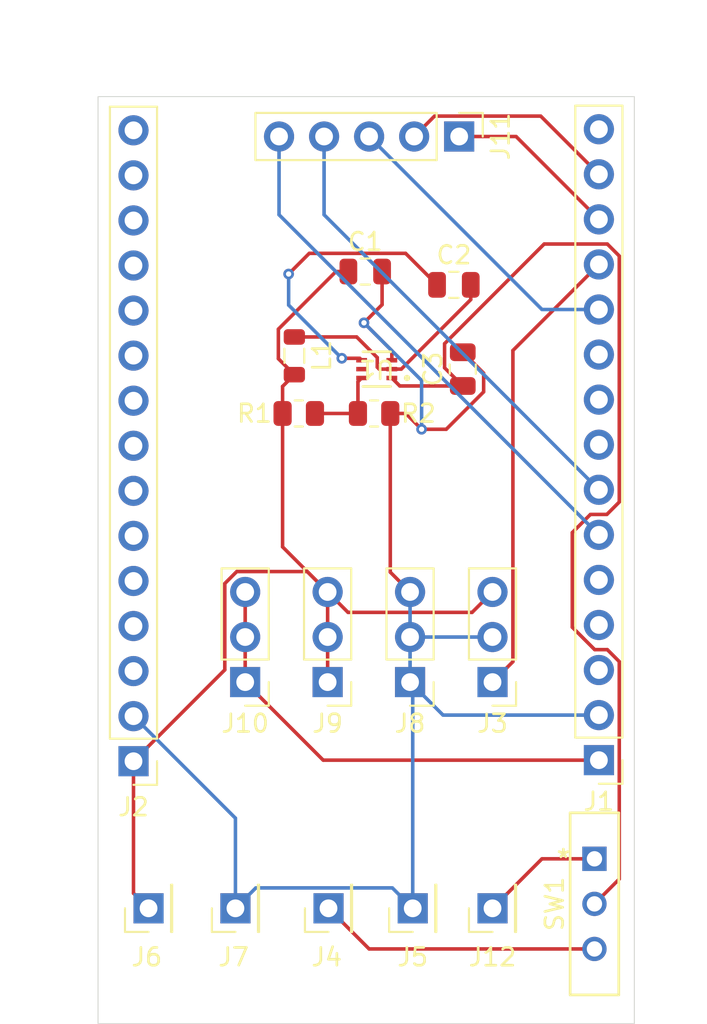
<source format=kicad_pcb>
(kicad_pcb (version 20240108) (generator "pcbnew") (generator_version "8.0")
  (layers (0 "F.Cu" signal) (31 "B.Cu" signal) (34 "B.Paste" user) (35 "F.Paste" user) (36 "B.SilkS" user "B.Silkscreen") (37 "F.SilkS" user "F.Silkscreen") (38 "B.Mask" user) (39 "F.Mask" user) (44 "Edge.Cuts" user))
  (net 0 "")
  (net 1 "+5V")
  (net 2 "GND")
  (net 3 "Net-(U1-SW)")
  (net 4 "Net-(U1-BST)")
  (net 5 "+9V")
  (net 8 "I2C{slash}SDA")
  (net 10 "+3v3")
  (net 12 "TX2")
  (net 16 "RX2")
  (net 17 "I2C{slash}SCL")
  (net 18 "TX0")
  (net 19 "RX0")
  (net 33 "Vov")
  (net 34 "Net-(U1-FB)")
  (net 35 "VIN")
  (footprint "bitch:09.03201_EAO" (layer "F.Cu") (at 128 117.96)
    (property "Reference" "SW1" (at -2.25 2.54 90) (layer "F.SilkS"))
    (property "Value" "09.03201.02")
    (fp_line (start -1.3716 -2.5908) (end -1.3716 7.6708) (stroke (width 0.1524)) (layer "F.SilkS"))
    (fp_line (start -1.3716 7.6708) (end 1.3716 7.6708) (stroke (width 0.1524)) (layer "F.SilkS"))
    (fp_line (start 1.3716 -2.5908) (end -1.3716 -2.5908) (stroke (width 0.1524)) (layer "F.SilkS"))
    (fp_line (start 1.3716 7.6708) (end 1.3716 -2.5908) (stroke (width 0.1524)) (layer "F.SilkS"))
    (fp_text user "*" (at -1.7526 0 0) (layer "F.SilkS"))
    (fp_text user "*" (at -1.7526 0 360) (layer "F.SilkS"))
    (pad "1" thru_hole rect (at 0 0) (size 1.3716 1.3716) (drill 0.8636) (layers "*.Cu" "*.Mask") (net 35 "VIN"))
    (pad "2" thru_hole circle (at 0 2.54) (size 1.3716 1.3716) (drill 0.8636) (layers "*.Cu" "*.Mask") (net 5 "+9V"))
    (pad "3" thru_hole circle (at 0 5.08) (size 1.3716 1.3716) (drill 0.8636) (layers "*.Cu" "*.Mask") (net 33 "Vov"))
  )
  (footprint "Connector_PinHeader_2.54mm:PinHeader_1x01_P2.54mm_Vertical" (layer "F.Cu") (at 102.85 120.75 90)
    (property "Reference" "J6" (at -2.75 -0.1 180) (layer "F.SilkS"))
    (property "Value" "Conn_01x01_Pin")
    (fp_line (start -1.33 -1.33) (end 0 -1.33) (stroke (width 0.12)) (layer "F.SilkS"))
    (fp_line (start -1.33 0) (end -1.33 -1.33) (stroke (width 0.12)) (layer "F.SilkS"))
    (fp_line (start 1.33 1.27) (end 1.33 1.33) (stroke (width 0.12)) (layer "F.SilkS"))
    (fp_line (start -1.33 1.27) (end 1.33 1.27) (stroke (width 0.12)) (layer "F.SilkS"))
    (fp_line (start -1.33 1.27) (end -1.33 1.33) (stroke (width 0.12)) (layer "F.SilkS"))
    (fp_line (start -1.33 1.33) (end 1.33 1.33) (stroke (width 0.12)) (layer "F.SilkS"))
    (pad "1" thru_hole rect (at 0 0 90) (size 1.7 1.7) (drill 1) (layers "*.Cu" "*.Mask") (net 1 "+5V"))
  )
  (footprint "Connector_PinHeader_2.54mm:PinHeader_1x15_P2.54mm_Vertical" (layer "F.Cu") (at 102 112.46 180)
    (property "Reference" "J2" (at 0 -2.58 360) (layer "F.SilkS"))
    (property "Value" "Conn_01x15_Socket")
    (fp_line (start 1.33 1.27) (end 1.33 36.89) (stroke (width 0.12)) (layer "F.SilkS"))
    (fp_line (start -1.33 36.89) (end 1.33 36.89) (stroke (width 0.12)) (layer "F.SilkS"))
    (fp_line (start -1.33 1.27) (end 1.33 1.27) (stroke (width 0.12)) (layer "F.SilkS"))
    (fp_line (start -1.33 1.27) (end -1.33 36.89) (stroke (width 0.12)) (layer "F.SilkS"))
    (fp_line (start -1.33 0) (end -1.33 -1.33) (stroke (width 0.12)) (layer "F.SilkS"))
    (fp_line (start -1.33 -1.33) (end 0 -1.33) (stroke (width 0.12)) (layer "F.SilkS"))
    (pad "1" thru_hole rect (at 0 0 180) (size 1.7 1.7) (drill 1) (layers "*.Cu" "*.Mask") (net 1 "+5V"))
    (pad "2" thru_hole oval (at 0 2.54 180) (size 1.7 1.7) (drill 1) (layers "*.Cu" "*.Mask") (net 2 "GND"))
    (pad "3" thru_hole oval (at 0 5.08 180) (size 1.7 1.7) (drill 1) (layers "*.Cu" "*.Mask"))
    (pad "4" thru_hole oval (at 0 7.62 180) (size 1.7 1.7) (drill 1) (layers "*.Cu" "*.Mask"))
    (pad "5" thru_hole oval (at 0 10.16 180) (size 1.7 1.7) (drill 1) (layers "*.Cu" "*.Mask"))
    (pad "6" thru_hole oval (at 0 12.7 180) (size 1.7 1.7) (drill 1) (layers "*.Cu" "*.Mask"))
    (pad "7" thru_hole oval (at 0 15.24 180) (size 1.7 1.7) (drill 1) (layers "*.Cu" "*.Mask"))
    (pad "8" thru_hole oval (at 0 17.78 180) (size 1.7 1.7) (drill 1) (layers "*.Cu" "*.Mask"))
    (pad "9" thru_hole oval (at 0 20.32 180) (size 1.7 1.7) (drill 1) (layers "*.Cu" "*.Mask"))
    (pad "10" thru_hole oval (at 0 22.86 180) (size 1.7 1.7) (drill 1) (layers "*.Cu" "*.Mask"))
    (pad "11" thru_hole oval (at 0 25.4 180) (size 1.7 1.7) (drill 1) (layers "*.Cu" "*.Mask"))
    (pad "12" thru_hole oval (at 0 27.94 180) (size 1.7 1.7) (drill 1) (layers "*.Cu" "*.Mask"))
    (pad "13" thru_hole oval (at 0 30.48 180) (size 1.7 1.7) (drill 1) (layers "*.Cu" "*.Mask"))
    (pad "14" thru_hole oval (at 0 33.02 180) (size 1.7 1.7) (drill 1) (layers "*.Cu" "*.Mask"))
    (pad "15" thru_hole oval (at 0 35.56 180) (size 1.7 1.7) (drill 1) (layers "*.Cu" "*.Mask"))
  )
  (footprint "Connector_PinHeader_2.54mm:PinHeader_1x01_P2.54mm_Vertical" (layer "F.Cu") (at 122.25 120.75 90)
    (property "Reference" "J12" (at -2.75 0 180) (layer "F.SilkS"))
    (property "Value" "Conn_01x01_Pin")
    (fp_line (start -1.33 -1.33) (end 0 -1.33) (stroke (width 0.12)) (layer "F.SilkS"))
    (fp_line (start -1.33 0) (end -1.33 -1.33) (stroke (width 0.12)) (layer "F.SilkS"))
    (fp_line (start 1.33 1.27) (end 1.33 1.33) (stroke (width 0.12)) (layer "F.SilkS"))
    (fp_line (start -1.33 1.27) (end 1.33 1.27) (stroke (width 0.12)) (layer "F.SilkS"))
    (fp_line (start -1.33 1.27) (end -1.33 1.33) (stroke (width 0.12)) (layer "F.SilkS"))
    (fp_line (start -1.33 1.33) (end 1.33 1.33) (stroke (width 0.12)) (layer "F.SilkS"))
    (pad "1" thru_hole rect (at 0 0 90) (size 1.7 1.7) (drill 1) (layers "*.Cu" "*.Mask") (net 35 "VIN"))
  )
  (footprint "Connector_PinHeader_2.54mm:PinHeader_1x03_P2.54mm_Vertical" (layer "F.Cu") (at 117.6 108 180)
    (property "Reference" "J8" (at 0 -2.33 360) (layer "F.SilkS"))
    (property "Value" "Conn_01x03_Pin")
    (fp_line (start 1.33 1.27) (end 1.33 6.41) (stroke (width 0.12)) (layer "F.SilkS"))
    (fp_line (start -1.33 6.41) (end 1.33 6.41) (stroke (width 0.12)) (layer "F.SilkS"))
    (fp_line (start -1.33 1.27) (end 1.33 1.27) (stroke (width 0.12)) (layer "F.SilkS"))
    (fp_line (start -1.33 1.27) (end -1.33 6.41) (stroke (width 0.12)) (layer "F.SilkS"))
    (fp_line (start -1.33 0) (end -1.33 -1.33) (stroke (width 0.12)) (layer "F.SilkS"))
    (fp_line (start -1.33 -1.33) (end 0 -1.33) (stroke (width 0.12)) (layer "F.SilkS"))
    (pad "1" thru_hole rect (at 0 0 180) (size 1.7 1.7) (drill 1) (layers "*.Cu" "*.Mask") (net 2 "GND"))
    (pad "2" thru_hole oval (at 0 2.54 180) (size 1.7 1.7) (drill 1) (layers "*.Cu" "*.Mask") (net 2 "GND"))
    (pad "3" thru_hole oval (at 0 5.08 180) (size 1.7 1.7) (drill 1) (layers "*.Cu" "*.Mask") (net 2 "GND"))
  )
  (footprint "vreg:SOT563_DIO" (layer "F.Cu") (at 115.7209 90.359999 180)
    (property "Reference" "U1" (at 0 0 180) (layer "F.SilkS"))
    (property "Value" "AP62150Z6-7")
    (fp_line (start 0.777 -0.9779) (end -0.777 -0.9779) (stroke (width 0.1524)) (layer "F.SilkS"))
    (fp_line (start -0.777 0.9779) (end 0.777 0.9779) (stroke (width 0.1524)) (layer "F.SilkS"))
    (fp_circle (center -1.7065 -0.5) (end -1.6049 -0.5) (stroke (width 0.1524)) (fill none) (layer "F.SilkS"))
    (pad "1" smd rect (at -0.8509 -0.499999 180) (size 0.6096 0.254) (layers "F.Cu" "F.Paste" "F.Mask") (net 5 "+9V"))
    (pad "2" smd rect (at -0.8509 0 180) (size 0.6096 0.254) (layers "F.Cu" "F.Paste" "F.Mask") (net 3 "Net-(U1-SW)"))
    (pad "3" smd rect (at -0.8509 0.499999 180) (size 0.6096 0.254) (layers "F.Cu" "F.Paste" "F.Mask") (net 2 "GND"))
    (pad "4" smd rect (at 0.8509 0.499999 180) (size 0.6096 0.254) (layers "F.Cu" "F.Paste" "F.Mask") (net 4 "Net-(U1-BST)"))
    (pad "5" smd rect (at 0.8509 0 180) (size 0.6096 0.254) (layers "F.Cu" "F.Paste" "F.Mask"))
    (pad "6" smd rect (at 0.8509 -0.499999 180) (size 0.6096 0.254) (layers "F.Cu" "F.Paste" "F.Mask") (net 34 "Net-(U1-FB)"))
  )
  (footprint "Connector_PinHeader_2.54mm:PinHeader_1x15_P2.54mm_Vertical" (layer "F.Cu") (at 128.25 112.4 180)
    (property "Reference" "J1" (at 0 -2.33 360) (layer "F.SilkS"))
    (property "Value" "Conn_01x15_Socket")
    (fp_line (start 1.33 1.27) (end 1.33 36.89) (stroke (width 0.12)) (layer "F.SilkS"))
    (fp_line (start -1.33 36.89) (end 1.33 36.89) (stroke (width 0.12)) (layer "F.SilkS"))
    (fp_line (start -1.33 1.27) (end 1.33 1.27) (stroke (width 0.12)) (layer "F.SilkS"))
    (fp_line (start -1.33 1.27) (end -1.33 36.89) (stroke (width 0.12)) (layer "F.SilkS"))
    (fp_line (start -1.33 0) (end -1.33 -1.33) (stroke (width 0.12)) (layer "F.SilkS"))
    (fp_line (start -1.33 -1.33) (end 0 -1.33) (stroke (width 0.12)) (layer "F.SilkS"))
    (pad "1" thru_hole rect (at 0 0 180) (size 1.7 1.7) (drill 1) (layers "*.Cu" "*.Mask") (net 10 "+3v3"))
    (pad "2" thru_hole oval (at 0 2.54 180) (size 1.7 1.7) (drill 1) (layers "*.Cu" "*.Mask") (net 2 "GND"))
    (pad "3" thru_hole oval (at 0 5.08 180) (size 1.7 1.7) (drill 1) (layers "*.Cu" "*.Mask"))
    (pad "4" thru_hole oval (at 0 7.62 180) (size 1.7 1.7) (drill 1) (layers "*.Cu" "*.Mask"))
    (pad "5" thru_hole oval (at 0 10.16 180) (size 1.7 1.7) (drill 1) (layers "*.Cu" "*.Mask"))
    (pad "6" thru_hole oval (at 0 12.7 180) (size 1.7 1.7) (drill 1) (layers "*.Cu" "*.Mask") (net 16 "RX2"))
    (pad "7" thru_hole oval (at 0 15.24 180) (size 1.7 1.7) (drill 1) (layers "*.Cu" "*.Mask") (net 12 "TX2"))
    (pad "8" thru_hole oval (at 0 17.78 180) (size 1.7 1.7) (drill 1) (layers "*.Cu" "*.Mask"))
    (pad "9" thru_hole oval (at 0 20.32 180) (size 1.7 1.7) (drill 1) (layers "*.Cu" "*.Mask"))
    (pad "10" thru_hole oval (at 0 22.86 180) (size 1.7 1.7) (drill 1) (layers "*.Cu" "*.Mask"))
    (pad "11" thru_hole oval (at 0 25.4 180) (size 1.7 1.7) (drill 1) (layers "*.Cu" "*.Mask") (net 8 "I2C{slash}SDA"))
    (pad "12" thru_hole oval (at 0 27.94 180) (size 1.7 1.7) (drill 1) (layers "*.Cu" "*.Mask") (net 19 "RX0"))
    (pad "13" thru_hole oval (at 0 30.48 180) (size 1.7 1.7) (drill 1) (layers "*.Cu" "*.Mask") (net 18 "TX0"))
    (pad "14" thru_hole oval (at 0 33.02 180) (size 1.7 1.7) (drill 1) (layers "*.Cu" "*.Mask") (net 17 "I2C{slash}SCL"))
    (pad "15" thru_hole oval (at 0 35.56 180) (size 1.7 1.7) (drill 1) (layers "*.Cu" "*.Mask"))
  )
  (footprint "Resistor_SMD:R_0805_2012Metric" (layer "F.Cu") (at 115.5718 92.86)
    (property "Reference" "R2" (at 2.5 0 0) (layer "F.SilkS"))
    (property "Value" "10k")
    (fp_line (start -0.227064 -0.735) (end 0.227064 -0.735) (stroke (width 0.12)) (layer "F.SilkS"))
    (fp_line (start -0.227064 0.735) (end 0.227064 0.735) (stroke (width 0.12)) (layer "F.SilkS"))
    (pad "1" smd roundrect (at -0.9125 0) (size 1.025 1.4) (layers "F.Cu" "F.Paste" "F.Mask") (roundrect_rratio 0.243902) (net 34 "Net-(U1-FB)"))
    (pad "2" smd roundrect (at 0.9125 0) (size 1.025 1.4) (layers "F.Cu" "F.Paste" "F.Mask") (roundrect_rratio 0.243902) (net 2 "GND"))
  )
  (footprint "Connector_PinHeader_2.54mm:PinHeader_1x05_P2.54mm_Vertical" (layer "F.Cu") (at 120.37 77.25 -90)
    (property "Reference" "J11" (at 0 -2.33 90) (layer "F.SilkS"))
    (property "Value" "Conn_01x05_Pin")
    (fp_line (start -1.33 11.49) (end 1.33 11.49) (stroke (width 0.12)) (layer "F.SilkS"))
    (fp_line (start -1.33 1.27) (end -1.33 11.49) (stroke (width 0.12)) (layer "F.SilkS"))
    (fp_line (start -1.33 1.27) (end 1.33 1.27) (stroke (width 0.12)) (layer "F.SilkS"))
    (fp_line (start 1.33 1.27) (end 1.33 11.49) (stroke (width 0.12)) (layer "F.SilkS"))
    (fp_line (start -1.33 0) (end -1.33 -1.33) (stroke (width 0.12)) (layer "F.SilkS"))
    (fp_line (start -1.33 -1.33) (end 0 -1.33) (stroke (width 0.12)) (layer "F.SilkS"))
    (pad "1" thru_hole rect (at 0 0 270) (size 1.7 1.7) (drill 1) (layers "*.Cu" "*.Mask") (net 18 "TX0"))
    (pad "2" thru_hole oval (at 0 2.54 270) (size 1.7 1.7) (drill 1) (layers "*.Cu" "*.Mask") (net 17 "I2C{slash}SCL"))
    (pad "3" thru_hole oval (at 0 5.08 270) (size 1.7 1.7) (drill 1) (layers "*.Cu" "*.Mask") (net 8 "I2C{slash}SDA"))
    (pad "4" thru_hole oval (at 0 7.62 270) (size 1.7 1.7) (drill 1) (layers "*.Cu" "*.Mask") (net 12 "TX2"))
    (pad "5" thru_hole oval (at 0 10.16 270) (size 1.7 1.7) (drill 1) (layers "*.Cu" "*.Mask") (net 16 "RX2"))
  )
  (footprint "Capacitor_SMD:C_0805_2012Metric" (layer "F.Cu") (at 120.5718 90.36 90)
    (property "Reference" "C3" (at 0 -1.68 90) (layer "F.SilkS"))
    (property "Value" "10uF")
    (fp_line (start -0.261252 -0.735) (end 0.261252 -0.735) (stroke (width 0.12)) (layer "F.SilkS"))
    (fp_line (start -0.261252 0.735) (end 0.261252 0.735) (stroke (width 0.12)) (layer "F.SilkS"))
    (pad "1" smd roundrect (at -0.95 0 90) (size 1 1.45) (layers "F.Cu" "F.Paste" "F.Mask") (net 5 "+9V"))
    (pad "2" smd roundrect (at 0.95 0 90) (size 1 1.45) (layers "F.Cu" "F.Paste" "F.Mask") (net 2 "GND"))
  )
  (footprint "Connector_PinHeader_2.54mm:PinHeader_1x03_P2.54mm_Vertical" (layer "F.Cu") (at 122.25 108 180)
    (property "Reference" "J3" (at 0 -2.33 360) (layer "F.SilkS"))
    (property "Value" "LiDAR_IN")
    (fp_line (start 1.33 1.27) (end 1.33 6.41) (stroke (width 0.12)) (layer "F.SilkS"))
    (fp_line (start -1.33 6.41) (end 1.33 6.41) (stroke (width 0.12)) (layer "F.SilkS"))
    (fp_line (start -1.33 1.27) (end 1.33 1.27) (stroke (width 0.12)) (layer "F.SilkS"))
    (fp_line (start -1.33 1.27) (end -1.33 6.41) (stroke (width 0.12)) (layer "F.SilkS"))
    (fp_line (start -1.33 0) (end -1.33 -1.33) (stroke (width 0.12)) (layer "F.SilkS"))
    (fp_line (start -1.33 -1.33) (end 0 -1.33) (stroke (width 0.12)) (layer "F.SilkS"))
    (pad "1" thru_hole rect (at 0 0 180) (size 1.7 1.7) (drill 1) (layers "*.Cu" "*.Mask") (net 19 "RX0"))
    (pad "2" thru_hole oval (at 0 2.54 180) (size 1.7 1.7) (drill 1) (layers "*.Cu" "*.Mask") (net 2 "GND"))
    (pad "3" thru_hole oval (at 0 5.08 180) (size 1.7 1.7) (drill 1) (layers "*.Cu" "*.Mask") (net 1 "+5V"))
  )
  (footprint "Resistor_SMD:R_0805_2012Metric" (layer "F.Cu") (at 111.3218 92.86)
    (property "Reference" "R1" (at -2.5 0 360) (layer "F.SilkS"))
    (property "Value" "52.3k")
    (fp_line (start -0.227064 -0.735) (end 0.227064 -0.735) (stroke (width 0.12)) (layer "F.SilkS"))
    (fp_line (start -0.227064 0.735) (end 0.227064 0.735) (stroke (width 0.12)) (layer "F.SilkS"))
    (pad "1" smd roundrect (at -0.9125 0) (size 1.025 1.4) (layers "F.Cu" "F.Paste" "F.Mask") (roundrect_rratio 0.243902) (net 1 "+5V"))
    (pad "2" smd roundrect (at 0.9125 0) (size 1.025 1.4) (layers "F.Cu" "F.Paste" "F.Mask") (roundrect_rratio 0.243902) (net 34 "Net-(U1-FB)"))
  )
  (footprint "Connector_PinHeader_2.54mm:PinHeader_1x01_P2.54mm_Vertical" (layer "F.Cu") (at 113 120.75 90)
    (property "Reference" "J4" (at -2.75 -0.1 180) (layer "F.SilkS"))
    (property "Value" "Conn_01x01_Pin")
    (fp_line (start -1.33 -1.33) (end 0 -1.33) (stroke (width 0.12)) (layer "F.SilkS"))
    (fp_line (start -1.33 0) (end -1.33 -1.33) (stroke (width 0.12)) (layer "F.SilkS"))
    (fp_line (start 1.33 1.27) (end 1.33 1.33) (stroke (width 0.12)) (layer "F.SilkS"))
    (fp_line (start -1.33 1.27) (end 1.33 1.27) (stroke (width 0.12)) (layer "F.SilkS"))
    (fp_line (start -1.33 1.27) (end -1.33 1.33) (stroke (width 0.12)) (layer "F.SilkS"))
    (fp_line (start -1.33 1.33) (end 1.33 1.33) (stroke (width 0.12)) (layer "F.SilkS"))
    (pad "1" thru_hole rect (at 0 0 90) (size 1.7 1.7) (drill 1) (layers "*.Cu" "*.Mask") (net 33 "Vov"))
  )
  (footprint "Connector_PinHeader_2.54mm:PinHeader_1x03_P2.54mm_Vertical" (layer "F.Cu") (at 112.95 108 180)
    (property "Reference" "J9" (at 0 -2.33 360) (layer "F.SilkS"))
    (property "Value" "Conn_01x03_Pin")
    (fp_line (start 1.33 1.27) (end 1.33 6.41) (stroke (width 0.12)) (layer "F.SilkS"))
    (fp_line (start -1.33 6.41) (end 1.33 6.41) (stroke (width 0.12)) (layer "F.SilkS"))
    (fp_line (start -1.33 1.27) (end 1.33 1.27) (stroke (width 0.12)) (layer "F.SilkS"))
    (fp_line (start -1.33 1.27) (end -1.33 6.41) (stroke (width 0.12)) (layer "F.SilkS"))
    (fp_line (start -1.33 0) (end -1.33 -1.33) (stroke (width 0.12)) (layer "F.SilkS"))
    (fp_line (start -1.33 -1.33) (end 0 -1.33) (stroke (width 0.12)) (layer "F.SilkS"))
    (pad "1" thru_hole rect (at 0 0 180) (size 1.7 1.7) (drill 1) (layers "*.Cu" "*.Mask") (net 1 "+5V"))
    (pad "2" thru_hole oval (at 0 2.54 180) (size 1.7 1.7) (drill 1) (layers "*.Cu" "*.Mask") (net 1 "+5V"))
    (pad "3" thru_hole oval (at 0 5.08 180) (size 1.7 1.7) (drill 1) (layers "*.Cu" "*.Mask") (net 1 "+5V"))
  )
  (footprint "Connector_PinHeader_2.54mm:PinHeader_1x03_P2.54mm_Vertical" (layer "F.Cu") (at 108.3 108 180)
    (property "Reference" "J10" (at 0 -2.33 360) (layer "F.SilkS"))
    (property "Value" "Conn_01x03_Pin")
    (fp_line (start 1.33 1.27) (end 1.33 6.41) (stroke (width 0.12)) (layer "F.SilkS"))
    (fp_line (start -1.33 6.41) (end 1.33 6.41) (stroke (width 0.12)) (layer "F.SilkS"))
    (fp_line (start -1.33 1.27) (end 1.33 1.27) (stroke (width 0.12)) (layer "F.SilkS"))
    (fp_line (start -1.33 1.27) (end -1.33 6.41) (stroke (width 0.12)) (layer "F.SilkS"))
    (fp_line (start -1.33 0) (end -1.33 -1.33) (stroke (width 0.12)) (layer "F.SilkS"))
    (fp_line (start -1.33 -1.33) (end 0 -1.33) (stroke (width 0.12)) (layer "F.SilkS"))
    (pad "1" thru_hole rect (at 0 0 180) (size 1.7 1.7) (drill 1) (layers "*.Cu" "*.Mask") (net 10 "+3v3"))
    (pad "2" thru_hole oval (at 0 2.54 180) (size 1.7 1.7) (drill 1) (layers "*.Cu" "*.Mask") (net 10 "+3v3"))
    (pad "3" thru_hole oval (at 0 5.08 180) (size 1.7 1.7) (drill 1) (layers "*.Cu" "*.Mask") (net 10 "+3v3"))
  )
  (footprint "Connector_PinHeader_2.54mm:PinHeader_1x01_P2.54mm_Vertical" (layer "F.Cu") (at 107.75 120.75 90)
    (property "Reference" "J7" (at -2.75 -0.1 0) (layer "F.SilkS"))
    (property "Value" "Conn_01x01_Pin")
    (fp_line (start -1.33 -1.33) (end 0 -1.33) (stroke (width 0.12)) (layer "F.SilkS"))
    (fp_line (start -1.33 0) (end -1.33 -1.33) (stroke (width 0.12)) (layer "F.SilkS"))
    (fp_line (start 1.33 1.27) (end 1.33 1.33) (stroke (width 0.12)) (layer "F.SilkS"))
    (fp_line (start -1.33 1.27) (end 1.33 1.27) (stroke (width 0.12)) (layer "F.SilkS"))
    (fp_line (start -1.33 1.27) (end -1.33 1.33) (stroke (width 0.12)) (layer "F.SilkS"))
    (fp_line (start -1.33 1.33) (end 1.33 1.33) (stroke (width 0.12)) (layer "F.SilkS"))
    (pad "1" thru_hole rect (at 0 0 90) (size 1.7 1.7) (drill 1) (layers "*.Cu" "*.Mask") (net 2 "GND"))
  )
  (footprint "Capacitor_SMD:C_0805_2012Metric" (layer "F.Cu") (at 115.0718 84.86)
    (property "Reference" "C1" (at 0 -1.68 0) (layer "F.SilkS"))
    (property "Value" "22uF")
    (fp_line (start -0.261252 -0.735) (end 0.261252 -0.735) (stroke (width 0.12)) (layer "F.SilkS"))
    (fp_line (start -0.261252 0.735) (end 0.261252 0.735) (stroke (width 0.12)) (layer "F.SilkS"))
    (pad "1" smd roundrect (at -0.95 0) (size 1 1.45) (layers "F.Cu" "F.Paste" "F.Mask") (net 1 "+5V"))
    (pad "2" smd roundrect (at 0.95 0) (size 1 1.45) (layers "F.Cu" "F.Paste" "F.Mask") (net 2 "GND"))
  )
  (footprint "Connector_PinHeader_2.54mm:PinHeader_1x01_P2.54mm_Vertical" (layer "F.Cu") (at 117.75 120.75 90)
    (property "Reference" "J5" (at -2.75 0 180) (layer "F.SilkS"))
    (property "Value" "Conn_01x01_Pin")
    (fp_line (start -1.33 -1.33) (end 0 -1.33) (stroke (width 0.12)) (layer "F.SilkS"))
    (fp_line (start -1.33 0) (end -1.33 -1.33) (stroke (width 0.12)) (layer "F.SilkS"))
    (fp_line (start 1.33 1.27) (end 1.33 1.33) (stroke (width 0.12)) (layer "F.SilkS"))
    (fp_line (start -1.33 1.27) (end 1.33 1.27) (stroke (width 0.12)) (layer "F.SilkS"))
    (fp_line (start -1.33 1.27) (end -1.33 1.33) (stroke (width 0.12)) (layer "F.SilkS"))
    (fp_line (start -1.33 1.33) (end 1.33 1.33) (stroke (width 0.12)) (layer "F.SilkS"))
    (pad "1" thru_hole rect (at 0 0 90) (size 1.7 1.7) (drill 1) (layers "*.Cu" "*.Mask") (net 2 "GND"))
  )
  (footprint "Inductor_SMD:L_0805_2012Metric" (layer "F.Cu") (at 111.0718 89.61 -90)
    (property "Reference" "L1" (at 0 -1.55 90) (layer "F.SilkS"))
    (property "Value" "3.3uH")
    (fp_line (start -0.399622 0.56) (end 0.399622 0.56) (stroke (width 0.12)) (layer "F.SilkS"))
    (fp_line (start -0.399622 -0.56) (end 0.399622 -0.56) (stroke (width 0.12)) (layer "F.SilkS"))
    (pad "1" smd roundrect (at -1.0625 0 270) (size 0.875 1.2) (layers "F.Cu" "F.Paste" "F.Mask") (net 3 "Net-(U1-SW)"))
    (pad "2" smd roundrect (at 1.0625 0 270) (size 0.875 1.2) (layers "F.Cu" "F.Paste" "F.Mask") (net 1 "+5V"))
  )
  (footprint "Capacitor_SMD:C_0805_2012Metric" (layer "F.Cu") (at 120.0718 85.61)
    (property "Reference" "C2" (at 0 -1.68 0) (layer "F.SilkS"))
    (property "Value" "100nF")
    (fp_line (start -0.261252 -0.735) (end 0.261252 -0.735) (stroke (width 0.12)) (layer "F.SilkS"))
    (fp_line (start -0.261252 0.735) (end 0.261252 0.735) (stroke (width 0.12)) (layer "F.SilkS"))
    (pad "1" smd roundrect (at -0.95 0) (size 1 1.45) (layers "F.Cu" "F.Paste" "F.Mask") (net 4 "Net-(U1-BST)"))
    (pad "2" smd roundrect (at 0.95 0) (size 1 1.45) (layers "F.Cu" "F.Paste" "F.Mask") (net 3 "Net-(U1-SW)"))
  )
  (gr_rect (start 100 75) (end 130.25 127.25) (stroke (width 0.05)) (fill none) (layer "Edge.Cuts"))
  (segment (start 102 112.46) (end 102 119.9) (width 0.2) (layer "F.Cu") (net 1))
  (segment (start 110.4093 91.335) (end 111.0718 90.6725) (width 0.2) (layer "F.Cu") (net 1))
  (segment (start 114.1 104.07) (end 112.95 102.92) (width 0.2) (layer "F.Cu") (net 1))
  (segment (start 122.25 102.92) (end 121.1 104.07) (width 0.2) (layer "F.Cu") (net 1))
  (segment (start 107.15 107.31) (end 107.15 102.443654) (width 0.2) (layer "F.Cu") (net 1))
  (segment (start 110.4093 92.86) (end 110.4093 91.335) (width 0.2) (layer "F.Cu") (net 1))
  (segment (start 112.95 105.46) (end 112.95 108) (width 0.2) (layer "F.Cu") (net 1))
  (segment (start 110.1718 89.7725) (end 111.0718 90.6725) (width 0.2) (layer "F.Cu") (net 1))
  (segment (start 111.8 101.77) (end 112.95 102.92) (width 0.2) (layer "F.Cu") (net 1))
  (segment (start 102 112.46) (end 107.15 107.31) (width 0.2) (layer "F.Cu") (net 1))
  (segment (start 107.15 102.443654) (end 107.823654 101.77) (width 0.2) (layer "F.Cu") (net 1))
  (segment (start 110.4093 92.86) (end 110.4093 100.3793) (width 0.2) (layer "F.Cu") (net 1))
  (segment (start 107.823654 101.77) (end 111.8 101.77) (width 0.2) (layer "F.Cu") (net 1))
  (segment (start 102 119.9) (end 102.85 120.75) (width 0.2) (layer "F.Cu") (net 1))
  (segment (start 112.95 102.92) (end 112.95 105.46) (width 0.2) (layer "F.Cu") (net 1))
  (segment (start 114.1218 84.86) (end 113.419614 84.86) (width 0.2) (layer "F.Cu") (net 1))
  (segment (start 121.1 104.07) (end 114.1 104.07) (width 0.2) (layer "F.Cu") (net 1))
  (segment (start 113.419614 84.86) (end 110.1718 88.107814) (width 0.2) (layer "F.Cu") (net 1))
  (segment (start 110.1718 88.107814) (end 110.1718 89.7725) (width 0.2) (layer "F.Cu") (net 1))
  (segment (start 110.4093 100.3793) (end 112.95 102.92) (width 0.2) (layer "F.Cu") (net 1))
  (segment (start 116.4843 101.8043) (end 117.6 102.92) (width 0.2) (layer "F.Cu") (net 2))
  (segment (start 121.75 90.5882) (end 120.5718 89.41) (width 0.2) (layer "F.Cu") (net 2))
  (segment (start 116.5718 89.86) (end 116.5718 89.3218) (width 0.2) (layer "F.Cu") (net 2))
  (segment (start 116.0218 84.86) (end 116.0218 86.7282) (width 0.2) (layer "F.Cu") (net 2))
  (segment (start 117.36 92.86) (end 118.25 93.75) (width 0.2) (layer "F.Cu") (net 2))
  (segment (start 118.25 93.75) (end 119.641544 93.75) (width 0.2) (layer "F.Cu") (net 2))
  (segment (start 116.4843 92.86) (end 116.4843 101.8043) (width 0.2) (layer "F.Cu") (net 2))
  (segment (start 119.641544 93.75) (end 121.75 91.641544) (width 0.2) (layer "F.Cu") (net 2))
  (segment (start 121.75 91.641544) (end 121.75 90.5882) (width 0.2) (layer "F.Cu") (net 2))
  (segment (start 116.4843 92.86) (end 117.36 92.86) (width 0.2) (layer "F.Cu") (net 2))
  (segment (start 116.5718 89.3218) (end 115 87.75) (width 0.2) (layer "F.Cu") (net 2))
  (segment (start 116.0218 86.7282) (end 115 87.75) (width 0.2) (layer "F.Cu") (net 2))
  (via (at 118.25 93.75) (size 0.6) (drill 0.3) (layers "F.Cu" "B.Cu") (net 2))
  (via (at 115 87.75) (size 0.6) (drill 0.3) (layers "F.Cu" "B.Cu") (net 2))
  (segment (start 117.6 108) (end 119.46 109.86) (width 0.2) (layer "B.Cu") (net 2))
  (segment (start 117.6 105.46) (end 122.25 105.46) (width 0.2) (layer "B.Cu") (net 2))
  (segment (start 117.6 105.46) (end 117.6 102.92) (width 0.2) (layer "B.Cu") (net 2))
  (segment (start 107.75 120.75) (end 107.75 115.67) (width 0.2) (layer "B.Cu") (net 2))
  (segment (start 119.46 109.86) (end 128.25 109.86) (width 0.2) (layer "B.Cu") (net 2))
  (segment (start 118.25 91) (end 118.25 93.75) (width 0.2) (layer "B.Cu") (net 2))
  (segment (start 117.75 108.15) (end 117.6 108) (width 0.2) (layer "B.Cu") (net 2))
  (segment (start 115 87.75) (end 118.25 91) (width 0.2) (layer "B.Cu") (net 2))
  (segment (start 116.6 119.6) (end 108.9 119.6) (width 0.2) (layer "B.Cu") (net 2))
  (segment (start 117.6 108) (end 117.6 105.46) (width 0.2) (layer "B.Cu") (net 2))
  (segment (start 117.75 120.75) (end 117.75 108.15) (width 0.2) (layer "B.Cu") (net 2))
  (segment (start 117.75 120.75) (end 116.6 119.6) (width 0.2) (layer "B.Cu") (net 2))
  (segment (start 107.75 115.67) (end 102 109.92) (width 0.2) (layer "B.Cu") (net 2))
  (segment (start 108.9 119.6) (end 107.75 120.75) (width 0.2) (layer "B.Cu") (net 2))
  (segment (start 114.5893 88.5475) (end 115.75 89.7082) (width 0.2) (layer "F.Cu") (net 3))
  (segment (start 117.103601 90.359999) (end 121.0218 86.4418) (width 0.2) (layer "F.Cu") (net 3))
  (segment (start 115.859999 90.359999) (end 116.5718 90.359999) (width 0.2) (layer "F.Cu") (net 3))
  (segment (start 115.75 90.25) (end 115.859999 90.359999) (width 0.2) (layer "F.Cu") (net 3))
  (segment (start 121.0218 86.4418) (end 121.0218 85.61) (width 0.2) (layer "F.Cu") (net 3))
  (segment (start 116.5718 90.359999) (end 117.103601 90.359999) (width 0.2) (layer "F.Cu") (net 3))
  (segment (start 111.0718 88.5475) (end 114.5893 88.5475) (width 0.2) (layer "F.Cu") (net 3))
  (segment (start 115.75 89.7082) (end 115.75 90.25) (width 0.2) (layer "F.Cu") (net 3))
  (segment (start 114.76 89.75) (end 114.87 89.86) (width 0.2) (layer "F.Cu") (net 4))
  (segment (start 113.75 89.75) (end 114.76 89.75) (width 0.2) (layer "F.Cu") (net 4))
  (segment (start 110.75 85) (end 111.915 83.835) (width 0.2) (layer "F.Cu") (net 4))
  (segment (start 111.915 83.835) (end 117.3468 83.835) (width 0.2) (layer "F.Cu") (net 4))
  (segment (start 117.3468 83.835) (end 119.1218 85.61) (width 0.2) (layer "F.Cu") (net 4))
  (via (at 113.75 89.75) (size 0.6) (drill 0.3) (layers "F.Cu" "B.Cu") (net 4))
  (via (at 110.75 85) (size 0.6) (drill 0.3) (layers "F.Cu" "B.Cu") (net 4))
  (segment (start 110.75 85) (end 110.75 86.75) (width 0.2) (layer "B.Cu") (net 4))
  (segment (start 110.75 86.75) (end 113.75 89.75) (width 0.2) (layer "B.Cu") (net 4))
  (segment (start 120.5718 91.31) (end 117.021802 91.31) (width 0.2) (layer "F.Cu") (net 5))
  (segment (start 126.75 104.906346) (end 128.013654 106.17) (width 0.2) (layer "F.Cu") (net 5))
  (segment (start 129.4 83.983654) (end 129.4 97.85) (width 0.2) (layer "F.Cu") (net 5))
  (segment (start 126.75 99.573654) (end 126.75 104.906346) (width 0.2) (layer "F.Cu") (net 5))
  (segment (start 119.5468 90.285) (end 119.5468 88.925256) (width 0.2) (layer "F.Cu") (net 5))
  (segment (start 128.726346 106.17) (end 129.4 106.843654) (width 0.2) (layer "F.Cu") (net 5))
  (segment (start 120.5718 91.31) (end 119.5468 90.285) (width 0.2) (layer "F.Cu") (net 5))
  (segment (start 129.4 106.843654) (end 129.4 119.1) (width 0.2) (layer "F.Cu") (net 5))
  (segment (start 129.4 119.1) (end 128 120.5) (width 0.2) (layer "F.Cu") (net 5))
  (segment (start 125.162056 83.31) (end 128.726346 83.31) (width 0.2) (layer "F.Cu") (net 5))
  (segment (start 117.021802 91.31) (end 116.5718 90.859998) (width 0.2) (layer "F.Cu") (net 5))
  (segment (start 129.4 97.85) (end 128.7 98.55) (width 0.2) (layer "F.Cu") (net 5))
  (segment (start 128.013654 106.17) (end 128.726346 106.17) (width 0.2) (layer "F.Cu") (net 5))
  (segment (start 128.726346 83.31) (end 129.4 83.983654) (width 0.2) (layer "F.Cu") (net 5))
  (segment (start 119.5468 88.925256) (end 125.162056 83.31) (width 0.2) (layer "F.Cu") (net 5))
  (segment (start 128.7 98.55) (end 127.773654 98.55) (width 0.2) (layer "F.Cu") (net 5))
  (segment (start 127.773654 98.55) (end 126.75 99.573654) (width 0.2) (layer "F.Cu") (net 5))
  (segment (start 115.29 77.25) (end 125.04 87) (width 0.2) (layer "B.Cu") (net 8))
  (segment (start 125.04 87) (end 128.25 87) (width 0.2) (layer "B.Cu") (net 8))
  (segment (start 112.7 112.4) (end 108.3 108) (width 0.2) (layer "F.Cu") (net 10))
  (segment (start 128.25 112.4) (end 112.7 112.4) (width 0.2) (layer "F.Cu") (net 10))
  (segment (start 108.3 108) (end 108.3 105.46) (width 0.2) (layer "F.Cu") (net 10))
  (segment (start 108.3 105.46) (end 108.3 102.92) (width 0.2) (layer "F.Cu") (net 10))
  (segment (start 112.75 77.25) (end 112.75 81.66) (width 0.2) (layer "B.Cu") (net 12))
  (segment (start 112.75 81.66) (end 128.25 97.16) (width 0.2) (layer "B.Cu") (net 12))
  (segment (start 110.21 77.25) (end 110.21 81.66) (width 0.2) (layer "B.Cu") (net 16))
  (segment (start 110.21 81.66) (end 128.25 99.7) (width 0.2) (layer "B.Cu") (net 16))
  (segment (start 118.98 76.1) (end 124.97 76.1) (width 0.2) (layer "F.Cu") (net 17))
  (segment (start 124.97 76.1) (end 128.25 79.38) (width 0.2) (layer "F.Cu") (net 17))
  (segment (start 117.83 77.25) (end 118.98 76.1) (width 0.2) (layer "F.Cu") (net 17))
  (segment (start 120.37 77.25) (end 123.58 77.25) (width 0.2) (layer "F.Cu") (net 18))
  (segment (start 123.58 77.25) (end 128.25 81.92) (width 0.2) (layer "F.Cu") (net 18))
  (segment (start 128.25 84.46) (end 123.4 89.31) (width 0.2) (layer "F.Cu") (net 19))
  (segment (start 123.4 106.85) (end 122.25 108) (width 0.2) (layer "F.Cu") (net 19))
  (segment (start 123.4 89.31) (end 123.4 106.85) (width 0.2) (layer "F.Cu") (net 19))
  (segment (start 128 123.04) (end 115.29 123.04) (width 0.2) (layer "F.Cu") (net 33))
  (segment (start 115.29 123.04) (end 113 120.75) (width 0.2) (layer "F.Cu") (net 33))
  (segment (start 114.6593 91.070698) (end 114.87 90.859998) (width 0.2) (layer "F.Cu") (net 34))
  (segment (start 114.6593 92.86) (end 114.6593 91.070698) (width 0.2) (layer "F.Cu") (net 34))
  (segment (start 114.6593 92.86) (end 112.2343 92.86) (width 0.2) (layer "F.Cu") (net 34))
  (segment (start 125.04 117.96) (end 122.25 120.75) (width 0.2) (layer "F.Cu") (net 35))
  (segment (start 128 117.96) (end 125.04 117.96) (width 0.2) (layer "F.Cu") (net 35))
)
</source>
